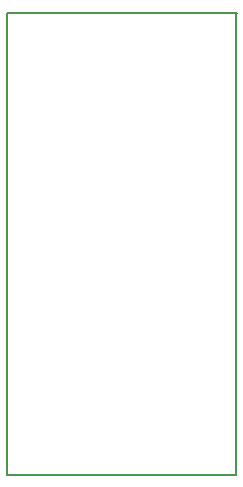
<source format=gbr>
G04 #@! TF.GenerationSoftware,KiCad,Pcbnew,5.0.0-rc2-be01b52~65~ubuntu17.10.1*
G04 #@! TF.CreationDate,2018-06-21T16:11:27-04:00*
G04 #@! TF.ProjectId,pmtcmini-h10721,706D74636D696E692D6831303732312E,rev?*
G04 #@! TF.SameCoordinates,Original*
G04 #@! TF.FileFunction,Profile,NP*
%FSLAX46Y46*%
G04 Gerber Fmt 4.6, Leading zero omitted, Abs format (unit mm)*
G04 Created by KiCad (PCBNEW 5.0.0-rc2-be01b52~65~ubuntu17.10.1) date Thu Jun 21 16:11:27 2018*
%MOMM*%
%LPD*%
G01*
G04 APERTURE LIST*
%ADD10C,0.150000*%
G04 APERTURE END LIST*
D10*
X124725000Y-92650000D02*
X124725000Y-53600000D01*
X144150000Y-92700000D02*
X124725000Y-92700000D01*
X144150000Y-53600000D02*
X144150000Y-92700000D01*
X124725000Y-53600000D02*
X144200000Y-53600000D01*
M02*

</source>
